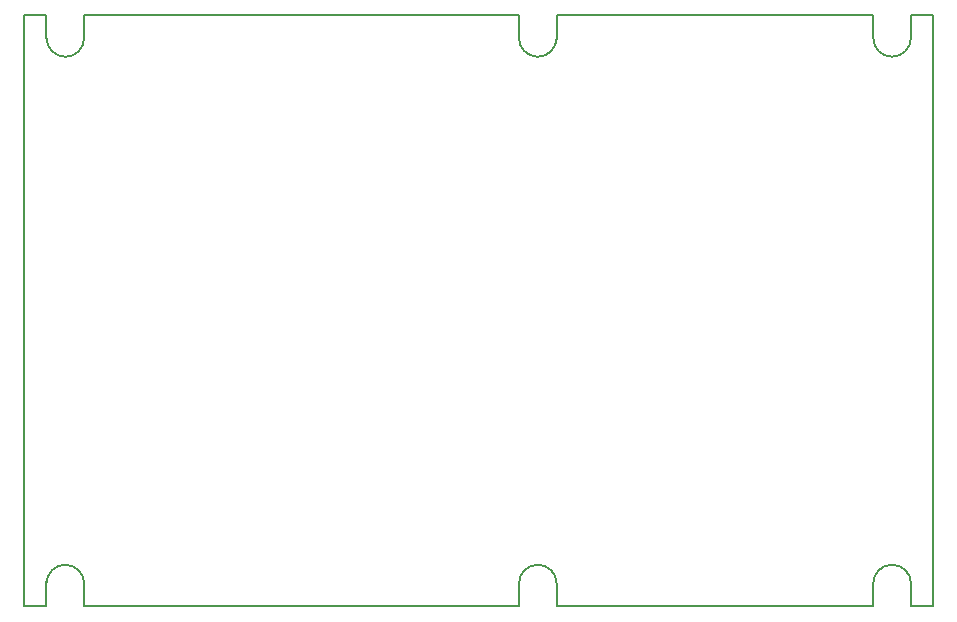
<source format=gbr>
G04 (created by PCBNEW (2013-03-15 BZR 4003)-stable) date 17/04/2013 22:03:58*
%MOIN*%
G04 Gerber Fmt 3.4, Leading zero omitted, Abs format*
%FSLAX34Y34*%
G01*
G70*
G90*
G04 APERTURE LIST*
%ADD10C,0.006*%
%ADD11C,0.00787402*%
G04 APERTURE END LIST*
G54D10*
G54D11*
X68543Y-56220D02*
X79094Y-56220D01*
X68543Y-36535D02*
X79094Y-36535D01*
X80354Y-56220D02*
X81102Y-56220D01*
X52795Y-56220D02*
X67283Y-56220D01*
X51535Y-56220D02*
X50787Y-56220D01*
X51535Y-37283D02*
G75*
G03X52165Y-37913I629J0D01*
G74*
G01*
X52165Y-37913D02*
G75*
G03X52795Y-37283I0J629D01*
G74*
G01*
X79094Y-37283D02*
G75*
G03X79724Y-37913I629J0D01*
G74*
G01*
X79724Y-37913D02*
G75*
G03X80354Y-37283I0J629D01*
G74*
G01*
X52795Y-55472D02*
G75*
G03X52165Y-54842I-629J0D01*
G74*
G01*
X52165Y-54842D02*
G75*
G03X51535Y-55472I0J-629D01*
G74*
G01*
X79724Y-54842D02*
G75*
G03X79094Y-55472I0J-629D01*
G74*
G01*
X80354Y-55472D02*
G75*
G03X79724Y-54842I-629J0D01*
G74*
G01*
X67913Y-54842D02*
G75*
G03X67283Y-55472I0J-629D01*
G74*
G01*
X68543Y-55472D02*
G75*
G03X67913Y-54842I-629J0D01*
G74*
G01*
X67283Y-37283D02*
G75*
G03X67913Y-37913I629J0D01*
G74*
G01*
X67913Y-37913D02*
G75*
G03X68543Y-37283I0J629D01*
G74*
G01*
X51535Y-36535D02*
X51535Y-37283D01*
X50787Y-36535D02*
X51535Y-36535D01*
X50787Y-37480D02*
X50787Y-36535D01*
X52795Y-36535D02*
X52795Y-37322D01*
X67283Y-36535D02*
X52795Y-36535D01*
X67283Y-37283D02*
X67283Y-36535D01*
X68543Y-36535D02*
X68543Y-37322D01*
X79094Y-37283D02*
X79094Y-36535D01*
X80354Y-36535D02*
X81102Y-36535D01*
X80354Y-37322D02*
X80354Y-36535D01*
X81102Y-37480D02*
X81102Y-36535D01*
X52795Y-55433D02*
X52795Y-56220D01*
X51535Y-55393D02*
X51535Y-56220D01*
X80354Y-55433D02*
X80354Y-56220D01*
X79094Y-55433D02*
X79094Y-56220D01*
X67283Y-55472D02*
X67283Y-56220D01*
X68543Y-55472D02*
X68543Y-56220D01*
X81102Y-56220D02*
X81102Y-56181D01*
X50787Y-55354D02*
X50787Y-56220D01*
X81102Y-55354D02*
X81102Y-56220D01*
X81102Y-55354D02*
X81102Y-37480D01*
X50787Y-55354D02*
X50787Y-37480D01*
M02*

</source>
